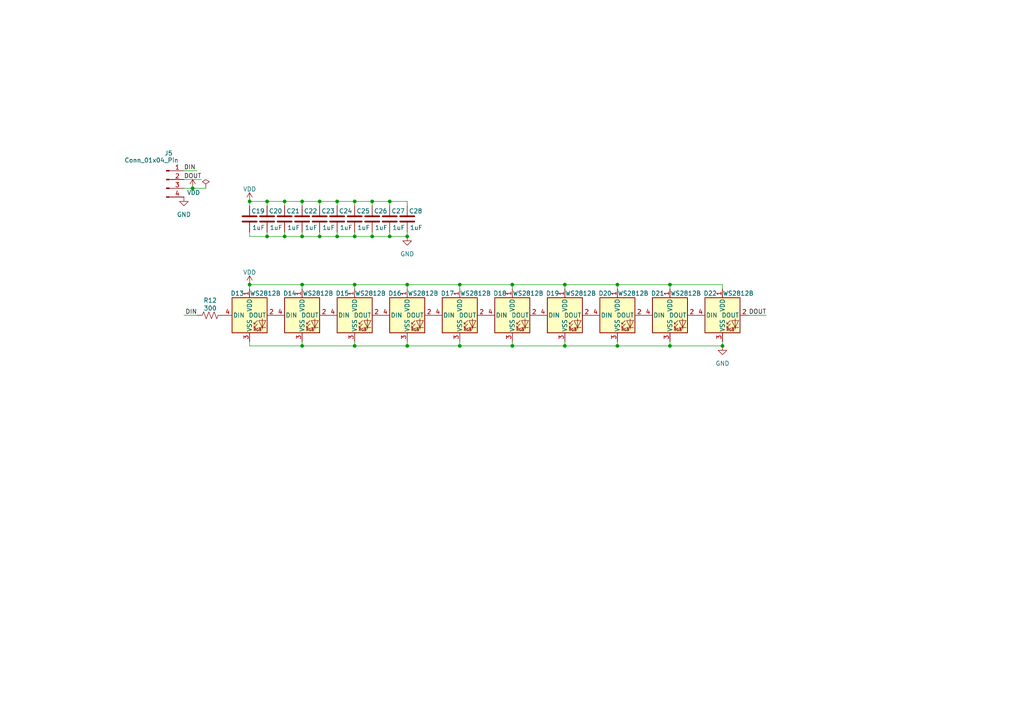
<source format=kicad_sch>
(kicad_sch (version 20231120) (generator "eeschema") (generator_version "8.0")
  (paper "A4")
  (lib_symbols
    (symbol "Connector:Conn_01x04_Pin" (pin_names (offset 1.016) hide)
      (property "Reference" "J" (at 0 5.08 0))
      (property "Value" "Conn_01x04_Pin" (at 0 -7.62 0))
      (symbol "Conn_01x04_Pin_1_1"
        (polyline (pts (xy 1.27 -5.08) (xy 0.8636 -5.08)) (stroke (width 0.1524)))
        (polyline (pts (xy 1.27 -2.54) (xy 0.8636 -2.54)) (stroke (width 0.1524)))
        (polyline (pts (xy 1.27 0) (xy 0.8636 0)) (stroke (width 0.1524)))
        (polyline (pts (xy 1.27 2.54) (xy 0.8636 2.54)) (stroke (width 0.1524)))
        (rectangle (start 0.8636 -4.953) (end 0 -5.207) (stroke (width 0.1524)) (fill (type outline)))
        (rectangle (start 0.8636 -2.413) (end 0 -2.667) (stroke (width 0.1524)) (fill (type outline)))
        (rectangle (start 0.8636 0.127) (end 0 -0.127) (stroke (width 0.1524)) (fill (type outline)))
        (rectangle (start 0.8636 2.667) (end 0 2.413) (stroke (width 0.1524)) (fill (type outline)))
        (pin passive line (at 5.08 2.54 180) (length 3.81) (name "Pin_1") (number "1"))
        (pin passive line (at 5.08 0 180) (length 3.81) (name "Pin_2") (number "2"))
        (pin passive line (at 5.08 -2.54 180) (length 3.81) (name "Pin_3") (number "3"))
        (pin passive line (at 5.08 -5.08 180) (length 3.81) (name "Pin_4") (number "4"))
      )
    )
    (symbol "Device:C" (pin_numbers hide) (pin_names (offset 0.254))
      (property "Reference" "C" (at 0.635 2.54 0))
      (property "Value" "C" (at 0.635 -2.54 0))
      (symbol "C_0_1"
        (polyline (pts (xy -2.032 -0.762) (xy 2.032 -0.762)) (stroke (width 0.508)))
        (polyline (pts (xy -2.032 0.762) (xy 2.032 0.762)) (stroke (width 0.508)))
      )
      (symbol "C_1_1"
        (pin passive line (at 0 3.81 270) (length 2.794) (name "~") (number "1"))
        (pin passive line (at 0 -3.81 90) (length 2.794) (name "~") (number "2"))
      )
    )
    (symbol "Device:R_US" (pin_numbers hide) (pin_names (offset 0))
      (property "Reference" "R" (at 2.54 0 90))
      (property "Value" "R_US" (at -2.54 0 90))
      (symbol "R_US_0_1"
        (polyline (pts (xy 0 -2.286) (xy 0 -2.54)))
        (polyline (pts (xy 0 2.286) (xy 0 2.54)))
        (polyline (pts (xy 0 -0.762) (xy 1.016 -1.143) (xy 0 -1.524) (xy -1.016 -1.905) (xy 0 -2.286)))
        (polyline (pts (xy 0 0.762) (xy 1.016 0.381) (xy 0 0) (xy -1.016 -0.381) (xy 0 -0.762)))
        (polyline (pts (xy 0 2.286) (xy 1.016 1.905) (xy 0 1.524) (xy -1.016 1.143) (xy 0 0.762)))
      )
      (symbol "R_US_1_1"
        (pin passive line (at 0 3.81 270) (length 1.27) (name "~") (number "1"))
        (pin passive line (at 0 -3.81 90) (length 1.27) (name "~") (number "2"))
      )
    )
    (symbol "LED:WS2812B" (pin_names (offset 0.254))
      (property "Reference" "D" (at 5.08 5.715 0))
      (property "Value" "WS2812B" (at 1.27 -5.715 0))
      (symbol "WS2812B_0_0"
        (text "RGB" (at 2.286 -4.191 0) (effects (font (size 0.762 0.762))))
      )
      (symbol "WS2812B_0_1"
        (polyline (pts (xy 1.27 -3.556) (xy 1.778 -3.556)))
        (polyline (pts (xy 1.27 -2.54) (xy 1.778 -2.54)))
        (polyline (pts (xy 4.699 -3.556) (xy 2.667 -3.556)))
        (polyline (pts (xy 2.286 -2.54) (xy 1.27 -3.556) (xy 1.27 -3.048)))
        (polyline (pts (xy 2.286 -1.524) (xy 1.27 -2.54) (xy 1.27 -2.032)))
        (polyline (pts (xy 3.683 -1.016) (xy 3.683 -3.556) (xy 3.683 -4.064)))
        (polyline (pts (xy 4.699 -1.524) (xy 2.667 -1.524) (xy 3.683 -3.556) (xy 4.699 -1.524)))
        (rectangle (start 5.08 5.08) (end -5.08 -5.08) (stroke (width 0.254)) (fill (type background)))
      )
      (symbol "WS2812B_1_1"
        (pin power_in line (at 0 7.62 270) (length 2.54) (name "VDD") (number "1"))
        (pin output line (at 7.62 0 180) (length 2.54) (name "DOUT") (number "2"))
        (pin power_in line (at 0 -7.62 90) (length 2.54) (name "VSS") (number "3"))
        (pin input line (at -7.62 0 0) (length 2.54) (name "DIN") (number "4"))
      )
    )
    (symbol "power:GND" (power) (pin_numbers hide) (pin_names (offset 0) hide)
      (property "Value" "GND" (at 0 -3.81 0))
      (symbol "GND_0_1"
        (polyline (pts (xy 0 0) (xy 0 -1.27) (xy 1.27 -1.27) (xy 0 -2.54) (xy -1.27 -1.27) (xy 0 -1.27)))
      )
      (symbol "GND_1_1"
        (pin power_in line (at 0 0 270) (length 0) (name "~") (number "1"))
      )
    )
    (symbol "power:PWR_FLAG" (power) (pin_numbers hide) (pin_names (offset 0) hide)
      (property "Value" "PWR_FLAG" (at 0 3.81 0))
      (symbol "PWR_FLAG_0_0"
        (pin power_out line (at 0 0 90) (length 0) (name "~") (number "1"))
      )
      (symbol "PWR_FLAG_0_1"
        (polyline (pts (xy 0 0) (xy 0 1.27) (xy -1.016 1.905) (xy 0 2.54) (xy 1.016 1.905) (xy 0 1.27)))
      )
    )
    (symbol "power:VDD" (power) (pin_numbers hide) (pin_names (offset 0) hide)
      (property "Value" "VDD" (at 0 3.556 0))
      (symbol "VDD_0_1"
        (polyline (pts (xy -0.762 1.27) (xy 0 2.54)))
        (polyline (pts (xy 0 0) (xy 0 2.54)))
        (polyline (pts (xy 0 2.54) (xy 0.762 1.27)))
      )
      (symbol "VDD_1_1"
        (pin power_in line (at 0 0 90) (length 0) (name "~") (number "1"))
      )
    )
  )
  (junction (at 55.88 54.61))
  (junction (at 87.63 68.58))
  (junction (at 77.47 68.58))
  (junction (at 148.59 82.55))
  (junction (at 179.07 82.55))
  (junction (at 163.83 100.33))
  (junction (at 148.59 100.33))
  (junction (at 87.63 100.33))
  (junction (at 113.03 58.42))
  (junction (at 82.55 68.58))
  (junction (at 92.71 58.42))
  (junction (at 179.07 100.33))
  (junction (at 209.55 100.33))
  (junction (at 163.83 82.55))
  (junction (at 194.31 100.33))
  (junction (at 107.95 68.58))
  (junction (at 194.31 82.55))
  (junction (at 107.95 58.42))
  (junction (at 133.35 82.55))
  (junction (at 92.71 68.58))
  (junction (at 97.79 68.58))
  (junction (at 133.35 100.33))
  (junction (at 113.03 68.58))
  (junction (at 118.11 82.55))
  (junction (at 102.87 100.33))
  (junction (at 102.87 68.58))
  (junction (at 102.87 58.42))
  (junction (at 118.11 68.58))
  (junction (at 102.87 82.55))
  (junction (at 87.63 58.42))
  (junction (at 87.63 82.55))
  (junction (at 118.11 100.33))
  (junction (at 72.39 82.55))
  (junction (at 82.55 58.42))
  (junction (at 97.79 58.42))
  (junction (at 77.47 58.42))
  (junction (at 72.39 58.42))
  (wire (pts (xy 102.87 58.42) (xy 107.95 58.42)))
  (wire (pts (xy 102.87 100.33) (xy 102.87 99.06)))
  (wire (pts (xy 179.07 82.55) (xy 194.31 82.55)))
  (wire (pts (xy 118.11 100.33) (xy 118.11 99.06)))
  (wire (pts (xy 77.47 58.42) (xy 77.47 59.69)))
  (wire (pts (xy 209.55 100.33) (xy 194.31 100.33)))
  (wire (pts (xy 55.88 54.61) (xy 59.69 54.61)))
  (wire (pts (xy 53.34 52.07) (xy 58.42 52.07)))
  (wire (pts (xy 53.34 49.53) (xy 57.15 49.53)))
  (wire (pts (xy 194.31 100.33) (xy 179.07 100.33)))
  (wire (pts (xy 163.83 82.55) (xy 163.83 83.82)))
  (wire (pts (xy 82.55 58.42) (xy 87.63 58.42)))
  (wire (pts (xy 53.34 91.44) (xy 57.15 91.44)))
  (wire (pts (xy 107.95 68.58) (xy 107.95 67.31)))
  (wire (pts (xy 82.55 58.42) (xy 82.55 59.69)))
  (wire (pts (xy 179.07 82.55) (xy 179.07 83.82)))
  (wire (pts (xy 55.88 54.61) (xy 53.34 54.61)))
  (wire (pts (xy 97.79 68.58) (xy 97.79 67.31)))
  (wire (pts (xy 148.59 99.06) (xy 148.59 100.33)))
  (wire (pts (xy 77.47 68.58) (xy 72.39 68.58)))
  (wire (pts (xy 107.95 58.42) (xy 107.95 59.69)))
  (wire (pts (xy 87.63 68.58) (xy 87.63 67.31)))
  (wire (pts (xy 82.55 68.58) (xy 82.55 67.31)))
  (wire (pts (xy 77.47 68.58) (xy 77.47 67.31)))
  (wire (pts (xy 102.87 68.58) (xy 102.87 67.31)))
  (wire (pts (xy 118.11 100.33) (xy 102.87 100.33)))
  (wire (pts (xy 92.71 68.58) (xy 92.71 67.31)))
  (wire (pts (xy 194.31 82.55) (xy 209.55 82.55)))
  (wire (pts (xy 107.95 58.42) (xy 113.03 58.42)))
  (wire (pts (xy 92.71 58.42) (xy 97.79 58.42)))
  (wire (pts (xy 87.63 68.58) (xy 82.55 68.58)))
  (wire (pts (xy 118.11 67.31) (xy 118.11 68.58)))
  (wire (pts (xy 72.39 82.55) (xy 87.63 82.55)))
  (wire (pts (xy 102.87 82.55) (xy 118.11 82.55)))
  (wire (pts (xy 163.83 100.33) (xy 163.83 99.06)))
  (wire (pts (xy 113.03 58.42) (xy 113.03 59.69)))
  (wire (pts (xy 209.55 100.33) (xy 209.55 99.06)))
  (wire (pts (xy 87.63 82.55) (xy 87.63 83.82)))
  (wire (pts (xy 87.63 82.55) (xy 102.87 82.55)))
  (wire (pts (xy 97.79 68.58) (xy 92.71 68.58)))
  (wire (pts (xy 102.87 100.33) (xy 87.63 100.33)))
  (wire (pts (xy 113.03 58.42) (xy 118.11 58.42)))
  (wire (pts (xy 92.71 58.42) (xy 92.71 59.69)))
  (wire (pts (xy 82.55 68.58) (xy 77.47 68.58)))
  (wire (pts (xy 72.39 58.42) (xy 77.47 58.42)))
  (wire (pts (xy 118.11 58.42) (xy 118.11 59.69)))
  (wire (pts (xy 102.87 58.42) (xy 102.87 59.69)))
  (wire (pts (xy 179.07 100.33) (xy 179.07 99.06)))
  (wire (pts (xy 194.31 82.55) (xy 194.31 83.82)))
  (wire (pts (xy 179.07 100.33) (xy 163.83 100.33)))
  (wire (pts (xy 87.63 100.33) (xy 87.63 99.06)))
  (wire (pts (xy 118.11 68.58) (xy 113.03 68.58)))
  (wire (pts (xy 133.35 82.55) (xy 133.35 83.82)))
  (wire (pts (xy 97.79 58.42) (xy 102.87 58.42)))
  (wire (pts (xy 102.87 68.58) (xy 97.79 68.58)))
  (wire (pts (xy 148.59 100.33) (xy 133.35 100.33)))
  (wire (pts (xy 72.39 82.55) (xy 72.39 83.82)))
  (wire (pts (xy 102.87 82.55) (xy 102.87 83.82)))
  (wire (pts (xy 72.39 100.33) (xy 72.39 99.06)))
  (wire (pts (xy 92.71 68.58) (xy 87.63 68.58)))
  (wire (pts (xy 118.11 82.55) (xy 118.11 83.82)))
  (wire (pts (xy 148.59 82.55) (xy 148.59 83.82)))
  (wire (pts (xy 209.55 82.55) (xy 209.55 83.82)))
  (wire (pts (xy 113.03 68.58) (xy 107.95 68.58)))
  (wire (pts (xy 87.63 58.42) (xy 87.63 59.69)))
  (wire (pts (xy 77.47 58.42) (xy 82.55 58.42)))
  (wire (pts (xy 163.83 100.33) (xy 148.59 100.33)))
  (wire (pts (xy 148.59 82.55) (xy 163.83 82.55)))
  (wire (pts (xy 133.35 100.33) (xy 118.11 100.33)))
  (wire (pts (xy 133.35 100.33) (xy 133.35 99.06)))
  (wire (pts (xy 217.17 91.44) (xy 222.25 91.44)))
  (wire (pts (xy 87.63 58.42) (xy 92.71 58.42)))
  (wire (pts (xy 133.35 82.55) (xy 148.59 82.55)))
  (wire (pts (xy 72.39 58.42) (xy 72.39 59.69)))
  (wire (pts (xy 87.63 100.33) (xy 72.39 100.33)))
  (wire (pts (xy 72.39 68.58) (xy 72.39 67.31)))
  (wire (pts (xy 113.03 68.58) (xy 113.03 67.31)))
  (wire (pts (xy 97.79 58.42) (xy 97.79 59.69)))
  (wire (pts (xy 107.95 68.58) (xy 102.87 68.58)))
  (wire (pts (xy 163.83 82.55) (xy 179.07 82.55)))
  (wire (pts (xy 194.31 100.33) (xy 194.31 99.06)))
  (wire (pts (xy 118.11 82.55) (xy 133.35 82.55)))
  (label "DOUT" (at 217.17 91.44 0))
  (label "DOUT" (at 53.34 52.07 0))
  (label "DIN" (at 53.34 49.53 0))
  (label "DIN" (at 57.15 91.44 180))
  (symbol (lib_id "LED:WS2812B") (at 209.55 91.44 0) (unit 1)
    (property "Reference" "D22" (at 205.994 85.09 0))
    (property "Value" "WS2812B" (at 214.122 85.09 0))
    (property "Footprint" "LED_SMD:LED_WS2812B_PLCC4_5.0x5.0mm_P3.2mm" (effects (hide yes)))
    (property "Datasheet" "https://cdn-shop.adafruit.com/datasheets/WS2812B.pdf" (effects (hide yes)))
    (property "Description" "RGB LED with integrated controller" (effects (hide yes)))
  )
  (symbol (lib_id "Connector:Conn_01x04_Pin") (at 48.26 52.07 0) (unit 1)
    (property "Reference" "J5" (at 48.895 44.45 0))
    (property "Value" "Conn_01x04_Pin" (at 43.942 46.482 0))
    (property "Footprint" "Connector_PinHeader_2.54mm:PinHeader_1x04_P2.54mm_Horizontal" (effects (hide yes)))
    (property "Description" "Generic connector, single row, 01x04, script generated" (effects (hide yes)))
  )
  (symbol (lib_id "Device:C") (at 77.47 63.5 0) (unit 1)
    (property "Reference" "C20" (at 77.978 61.214 0) (effects (justify left)))
    (property "Value" "1uF" (at 78.232 66.04 0) (effects (justify left)))
    (property "Footprint" "Capacitor_SMD:C_0603_1608Metric" (effects (hide yes)))
    (property "Description" "Unpolarized capacitor" (effects (hide yes)))
  )
  (symbol (lib_id "Device:C") (at 87.63 63.5 0) (unit 1)
    (property "Reference" "C22" (at 88.138 61.214 0) (effects (justify left)))
    (property "Value" "1uF" (at 88.392 66.04 0) (effects (justify left)))
    (property "Footprint" "Capacitor_SMD:C_0603_1608Metric" (effects (hide yes)))
    (property "Description" "Unpolarized capacitor" (effects (hide yes)))
  )
  (symbol (lib_id "Device:C") (at 92.71 63.5 0) (unit 1)
    (property "Reference" "C23" (at 93.218 61.214 0) (effects (justify left)))
    (property "Value" "1uF" (at 93.472 66.04 0) (effects (justify left)))
    (property "Footprint" "Capacitor_SMD:C_0603_1608Metric" (effects (hide yes)))
    (property "Description" "Unpolarized capacitor" (effects (hide yes)))
  )
  (symbol (lib_id "LED:WS2812B") (at 102.87 91.44 0) (unit 1)
    (property "Reference" "D15" (at 99.314 85.09 0))
    (property "Value" "WS2812B" (at 107.442 85.09 0))
    (property "Footprint" "LED_SMD:LED_WS2812B_PLCC4_5.0x5.0mm_P3.2mm" (effects (hide yes)))
    (property "Datasheet" "https://cdn-shop.adafruit.com/datasheets/WS2812B.pdf" (effects (hide yes)))
    (property "Description" "RGB LED with integrated controller" (effects (hide yes)))
  )
  (symbol (lib_id "Device:C") (at 82.55 63.5 0) (unit 1)
    (property "Reference" "C21" (at 83.058 61.214 0) (effects (justify left)))
    (property "Value" "1uF" (at 83.312 66.04 0) (effects (justify left)))
    (property "Footprint" "Capacitor_SMD:C_0603_1608Metric" (effects (hide yes)))
    (property "Description" "Unpolarized capacitor" (effects (hide yes)))
  )
  (symbol (lib_id "LED:WS2812B") (at 163.83 91.44 0) (unit 1)
    (property "Reference" "D19" (at 160.274 85.09 0))
    (property "Value" "WS2812B" (at 168.402 85.09 0))
    (property "Footprint" "LED_SMD:LED_WS2812B_PLCC4_5.0x5.0mm_P3.2mm" (effects (hide yes)))
    (property "Datasheet" "https://cdn-shop.adafruit.com/datasheets/WS2812B.pdf" (effects (hide yes)))
    (property "Description" "RGB LED with integrated controller" (effects (hide yes)))
  )
  (symbol (lib_id "Device:C") (at 72.39 63.5 0) (unit 1)
    (property "Reference" "C19" (at 72.898 61.214 0) (effects (justify left)))
    (property "Value" "1uF" (at 73.152 66.04 0) (effects (justify left)))
    (property "Footprint" "Capacitor_SMD:C_0603_1608Metric" (effects (hide yes)))
    (property "Description" "Unpolarized capacitor" (effects (hide yes)))
  )
  (symbol (lib_id "Device:C") (at 107.95 63.5 0) (unit 1)
    (property "Reference" "C26" (at 108.458 61.214 0) (effects (justify left)))
    (property "Value" "1uF" (at 108.712 66.04 0) (effects (justify left)))
    (property "Footprint" "Capacitor_SMD:C_0603_1608Metric" (effects (hide yes)))
    (property "Description" "Unpolarized capacitor" (effects (hide yes)))
  )
  (symbol (lib_id "power:VDD") (at 72.39 82.55 0) (unit 1)
    (property "Reference" "#PWR042" (effects (hide yes)))
    (property "Value" "VDD" (at 72.39 78.994 0))
    (property "Description" "Power symbol creates a global label with name \"VDD\"" (effects (hide yes)))
  )
  (symbol (lib_id "power:PWR_FLAG") (at 59.69 54.61 0) (unit 1)
    (property "Reference" "#FLG01" (effects (hide yes)))
    (property "Value" "PWR_FLAG" (effects (hide yes)))
    (property "Description" "Special symbol for telling ERC where power comes from" (effects (hide yes)))
  )
  (symbol (lib_id "power:VDD") (at 55.88 54.61 0) (unit 1)
    (property "Reference" "#PWR039" (effects (hide yes)))
    (property "Value" "VDD" (at 56.134 55.88 0))
    (property "Description" "Power symbol creates a global label with name \"VDD\"" (effects (hide yes)))
  )
  (symbol (lib_id "power:GND") (at 209.55 100.33 0) (unit 1)
    (property "Reference" "#PWR043" (effects (hide yes)))
    (property "Value" "GND" (at 209.55 105.41 0))
    (property "Description" "Power symbol creates a global label with name \"GND\" , ground" (effects (hide yes)))
  )
  (symbol (lib_id "Device:R_US") (at 60.96 91.44 90) (unit 1)
    (property "Reference" "R12" (at 60.96 87.122 90))
    (property "Value" "300" (at 60.96 89.408 90))
    (property "Footprint" "Resistor_SMD:R_0603_1608Metric" (effects (hide yes)))
    (property "Description" "Resistor, US symbol" (effects (hide yes)))
  )
  (symbol (lib_id "LED:WS2812B") (at 133.35 91.44 0) (unit 1)
    (property "Reference" "D17" (at 129.794 85.09 0))
    (property "Value" "WS2812B" (at 137.922 85.09 0))
    (property "Footprint" "LED_SMD:LED_WS2812B_PLCC4_5.0x5.0mm_P3.2mm" (effects (hide yes)))
    (property "Datasheet" "https://cdn-shop.adafruit.com/datasheets/WS2812B.pdf" (effects (hide yes)))
    (property "Description" "RGB LED with integrated controller" (effects (hide yes)))
  )
  (symbol (lib_id "power:GND") (at 118.11 68.58 0) (unit 1)
    (property "Reference" "#PWR040" (effects (hide yes)))
    (property "Value" "GND" (at 118.11 73.66 0))
    (property "Description" "Power symbol creates a global label with name \"GND\" , ground" (effects (hide yes)))
  )
  (symbol (lib_id "power:GND") (at 53.34 57.15 0) (mirror y) (unit 1)
    (property "Reference" "#PWR041" (effects (hide yes)))
    (property "Value" "GND" (at 53.34 62.23 0))
    (property "Description" "Power symbol creates a global label with name \"GND\" , ground" (effects (hide yes)))
  )
  (symbol (lib_id "Device:C") (at 102.87 63.5 0) (unit 1)
    (property "Reference" "C25" (at 103.378 61.214 0) (effects (justify left)))
    (property "Value" "1uF" (at 103.632 66.04 0) (effects (justify left)))
    (property "Footprint" "Capacitor_SMD:C_0603_1608Metric" (effects (hide yes)))
    (property "Description" "Unpolarized capacitor" (effects (hide yes)))
  )
  (symbol (lib_id "Device:C") (at 118.11 63.5 0) (unit 1)
    (property "Reference" "C28" (at 118.618 61.214 0) (effects (justify left)))
    (property "Value" "1uF" (at 118.872 66.04 0) (effects (justify left)))
    (property "Footprint" "Capacitor_SMD:C_0603_1608Metric" (effects (hide yes)))
    (property "Description" "Unpolarized capacitor" (effects (hide yes)))
  )
  (symbol (lib_id "LED:WS2812B") (at 194.31 91.44 0) (unit 1)
    (property "Reference" "D21" (at 190.754 85.09 0))
    (property "Value" "WS2812B" (at 198.882 85.09 0))
    (property "Footprint" "LED_SMD:LED_WS2812B_PLCC4_5.0x5.0mm_P3.2mm" (effects (hide yes)))
    (property "Datasheet" "https://cdn-shop.adafruit.com/datasheets/WS2812B.pdf" (effects (hide yes)))
    (property "Description" "RGB LED with integrated controller" (effects (hide yes)))
  )
  (symbol (lib_id "Device:C") (at 97.79 63.5 0) (unit 1)
    (property "Reference" "C24" (at 98.298 61.214 0) (effects (justify left)))
    (property "Value" "1uF" (at 98.552 66.04 0) (effects (justify left)))
    (property "Footprint" "Capacitor_SMD:C_0603_1608Metric" (effects (hide yes)))
    (property "Description" "Unpolarized capacitor" (effects (hide yes)))
  )
  (symbol (lib_id "LED:WS2812B") (at 72.39 91.44 0) (unit 1)
    (property "Reference" "D13" (at 68.834 85.09 0))
    (property "Value" "WS2812B" (at 76.962 85.09 0))
    (property "Footprint" "LED_SMD:LED_WS2812B_PLCC4_5.0x5.0mm_P3.2mm" (effects (hide yes)))
    (property "Datasheet" "https://cdn-shop.adafruit.com/datasheets/WS2812B.pdf" (effects (hide yes)))
    (property "Description" "RGB LED with integrated controller" (effects (hide yes)))
  )
  (symbol (lib_id "Device:C") (at 113.03 63.5 0) (unit 1)
    (property "Reference" "C27" (at 113.538 61.214 0) (effects (justify left)))
    (property "Value" "1uF" (at 113.792 66.04 0) (effects (justify left)))
    (property "Footprint" "Capacitor_SMD:C_0603_1608Metric" (effects (hide yes)))
    (property "Description" "Unpolarized capacitor" (effects (hide yes)))
  )
  (symbol (lib_id "LED:WS2812B") (at 87.63 91.44 0) (unit 1)
    (property "Reference" "D14" (at 84.074 85.09 0))
    (property "Value" "WS2812B" (at 92.202 85.09 0))
    (property "Footprint" "LED_SMD:LED_WS2812B_PLCC4_5.0x5.0mm_P3.2mm" (effects (hide yes)))
    (property "Datasheet" "https://cdn-shop.adafruit.com/datasheets/WS2812B.pdf" (effects (hide yes)))
    (property "Description" "RGB LED with integrated controller" (effects (hide yes)))
  )
  (symbol (lib_id "power:VDD") (at 72.39 58.42 0) (unit 1)
    (property "Reference" "#PWR038" (effects (hide yes)))
    (property "Value" "VDD" (at 72.39 54.864 0))
    (property "Description" "Power symbol creates a global label with name \"VDD\"" (effects (hide yes)))
  )
  (symbol (lib_id "LED:WS2812B") (at 118.11 91.44 0) (unit 1)
    (property "Reference" "D16" (at 114.554 85.09 0))
    (property "Value" "WS2812B" (at 122.682 85.09 0))
    (property "Footprint" "LED_SMD:LED_WS2812B_PLCC4_5.0x5.0mm_P3.2mm" (effects (hide yes)))
    (property "Datasheet" "https://cdn-shop.adafruit.com/datasheets/WS2812B.pdf" (effects (hide yes)))
    (property "Description" "RGB LED with integrated controller" (effects (hide yes)))
  )
  (symbol (lib_id "LED:WS2812B") (at 148.59 91.44 0) (unit 1)
    (property "Reference" "D18" (at 145.034 85.09 0))
    (property "Value" "WS2812B" (at 153.162 85.09 0))
    (property "Footprint" "LED_SMD:LED_WS2812B_PLCC4_5.0x5.0mm_P3.2mm" (effects (hide yes)))
    (property "Datasheet" "https://cdn-shop.adafruit.com/datasheets/WS2812B.pdf" (effects (hide yes)))
    (property "Description" "RGB LED with integrated controller" (effects (hide yes)))
  )
  (symbol (lib_id "LED:WS2812B") (at 179.07 91.44 0) (unit 1)
    (property "Reference" "D20" (at 175.514 85.09 0))
    (property "Value" "WS2812B" (at 183.642 85.09 0))
    (property "Footprint" "LED_SMD:LED_WS2812B_PLCC4_5.0x5.0mm_P3.2mm" (effects (hide yes)))
    (property "Datasheet" "https://cdn-shop.adafruit.com/datasheets/WS2812B.pdf" (effects (hide yes)))
    (property "Description" "RGB LED with integrated controller" (effects (hide yes)))
  )
)
</source>
